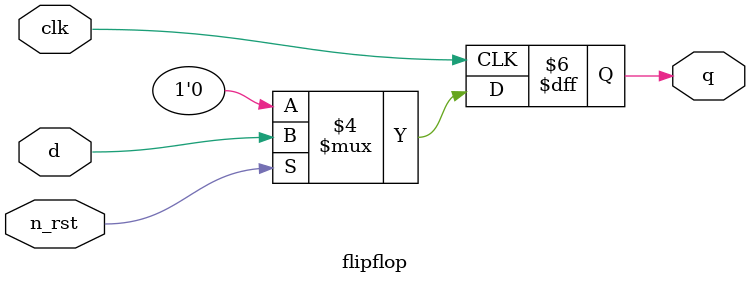
<source format=v>
module flipflop	(q, d, clk, n_rst) ;
input 			d, clk, n_rst ;
output reg q ;

always @(posedge clk) begin
	if (n_rst == 0)
		q <= 0;
	else
		q <= d;
end
endmodule

</source>
